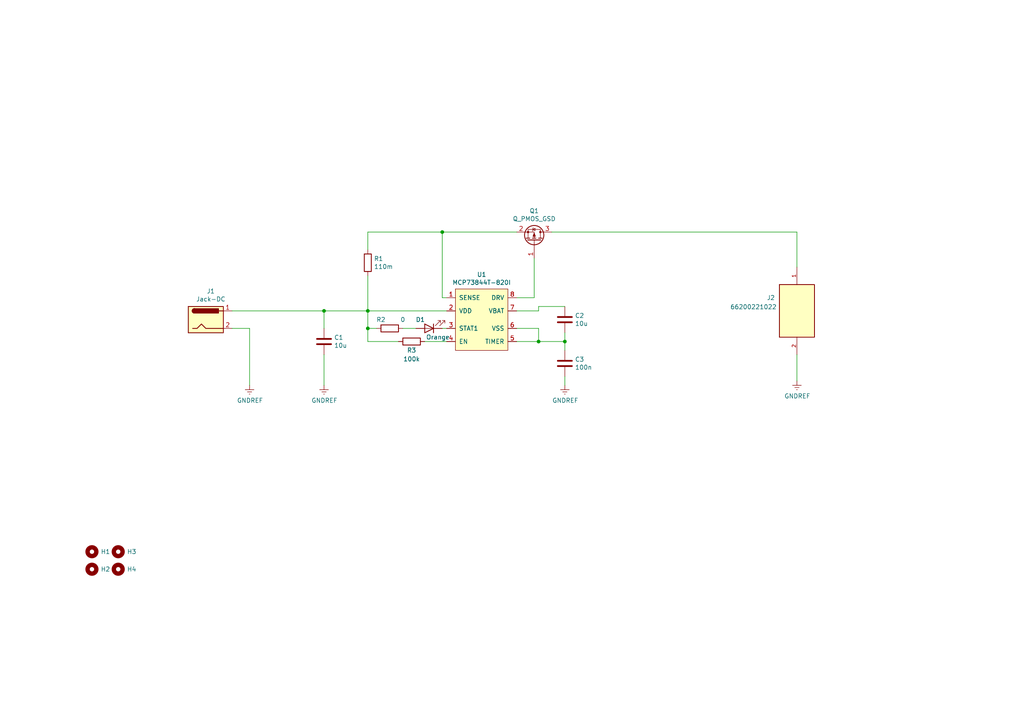
<source format=kicad_sch>
(kicad_sch (version 20211123) (generator eeschema)
  (paper "A4")
  (title_block (title "ZumoCom-System Charger") (date "2022-05-06") (rev "V1.0") (company "NewTec GmbH") (comment 1 "Schneider, Niklas"))
  (lib_symbols
    (symbol "66200221022:66200221022" (pin_names (offset 1.016) hide)
      (property "Reference" "J" (at 8.128 0.762 0))
      (property "Value" "66200221022" (at 7.366 -2.54 0))
      (symbol "66200221022_0_0"
        (rectangle (start -5.08 -7.62) (end 5.08 7.62) (stroke (width 0.254)) (fill (type background)))
        (pin passive line (at 0 -12.7 90) (length 5.08) (name "~") (number "1"))
        (pin passive line (at 0 12.7 270) (length 5.08) (name "~") (number "2"))
      )
    )
    (symbol "Connector:Jack-DC" (pin_names (offset 1.016))
      (property "Reference" "J" (at 0 5.334 0))
      (property "Value" "Jack-DC" (at 0 -5.08 0))
      (symbol "Jack-DC_0_1"
        (rectangle (start -5.08 3.81) (end 5.08 -3.81) (stroke (width 0.254)) (fill (type background)))
        (arc (start -3.302 3.175) (mid -3.937 2.54) (end -3.302 1.905) (stroke (width 0.254)))
        (arc (start -3.302 3.175) (mid -3.937 2.54) (end -3.302 1.905) (stroke (width 0.254)) (fill (type outline)))
        (polyline (pts (xy 5.08 2.54) (xy 3.81 2.54)) (stroke (width 0.254)))
        (polyline (pts (xy -3.81 -2.54) (xy -2.54 -2.54) (xy -1.27 -1.27) (xy 0 -2.54) (xy 2.54 -2.54) (xy 5.08 -2.54)) (stroke (width 0.254)))
        (rectangle (start 3.683 3.175) (end -3.302 1.905) (stroke (width 0.254)) (fill (type outline)))
      )
      (symbol "Jack-DC_1_1"
        (pin passive line (at 7.62 2.54 180) (length 2.54) (name "~") (number "1"))
        (pin passive line (at 7.62 -2.54 180) (length 2.54) (name "~") (number "2"))
      )
    )
    (symbol "Device:C" (pin_numbers hide) (pin_names (offset 0.254))
      (property "Reference" "C" (at 0.635 2.54 0))
      (property "Value" "C" (at 0.635 -2.54 0))
      (symbol "C_0_1"
        (polyline (pts (xy -2.032 -0.762) (xy 2.032 -0.762)) (stroke (width 0.508)))
        (polyline (pts (xy -2.032 0.762) (xy 2.032 0.762)) (stroke (width 0.508)))
      )
      (symbol "C_1_1"
        (pin passive line (at 0 3.81 270) (length 2.794) (name "~") (number "1"))
        (pin passive line (at 0 -3.81 90) (length 2.794) (name "~") (number "2"))
      )
    )
    (symbol "Device:LED" (pin_numbers hide) (pin_names (offset 1.016) hide)
      (property "Reference" "D" (at 0 2.54 0))
      (property "Value" "LED" (at 0 -2.54 0))
      (symbol "LED_0_1"
        (polyline (pts (xy -1.27 -1.27) (xy -1.27 1.27)) (stroke (width 0.254)))
        (polyline (pts (xy -1.27 0) (xy 1.27 0)))
        (polyline (pts (xy 1.27 -1.27) (xy 1.27 1.27) (xy -1.27 0) (xy 1.27 -1.27)) (stroke (width 0.254)))
        (polyline (pts (xy -3.048 -0.762) (xy -4.572 -2.286) (xy -3.81 -2.286) (xy -4.572 -2.286) (xy -4.572 -1.524)))
        (polyline (pts (xy -1.778 -0.762) (xy -3.302 -2.286) (xy -2.54 -2.286) (xy -3.302 -2.286) (xy -3.302 -1.524)))
      )
      (symbol "LED_1_1"
        (pin passive line (at -3.81 0 0) (length 2.54) (name "K") (number "1"))
        (pin passive line (at 3.81 0 180) (length 2.54) (name "A") (number "2"))
      )
    )
    (symbol "Device:Q_PMOS_GSD" (pin_names (offset 0) hide)
      (property "Reference" "Q" (at 5.08 1.27 0))
      (property "Value" "Q_PMOS_GSD" (at 5.08 -1.27 0))
      (symbol "Q_PMOS_GSD_0_1"
        (polyline (pts (xy 0.254 0) (xy -2.54 0)))
        (polyline (pts (xy 0.254 1.905) (xy 0.254 -1.905)) (stroke (width 0.254)))
        (polyline (pts (xy 0.762 -1.27) (xy 0.762 -2.286)) (stroke (width 0.254)))
        (polyline (pts (xy 0.762 0.508) (xy 0.762 -0.508)) (stroke (width 0.254)))
        (polyline (pts (xy 0.762 2.286) (xy 0.762 1.27)) (stroke (width 0.254)))
        (polyline (pts (xy 2.54 2.54) (xy 2.54 1.778)))
        (polyline (pts (xy 2.54 -2.54) (xy 2.54 0) (xy 0.762 0)))
        (polyline (pts (xy 0.762 1.778) (xy 3.302 1.778) (xy 3.302 -1.778) (xy 0.762 -1.778)))
        (polyline (pts (xy 2.286 0) (xy 1.27 0.381) (xy 1.27 -0.381) (xy 2.286 0)) (fill (type outline)))
        (polyline (pts (xy 2.794 -0.508) (xy 2.921 -0.381) (xy 3.683 -0.381) (xy 3.81 -0.254)))
        (polyline (pts (xy 3.302 -0.381) (xy 2.921 0.254) (xy 3.683 0.254) (xy 3.302 -0.381)))
        (circle (center 1.651 0) (radius 2.794) (stroke (width 0.254)))
        (circle (center 2.54 -1.778) (radius 0.254) (fill (type outline)))
        (circle (center 2.54 1.778) (radius 0.254) (fill (type outline)))
      )
      (symbol "Q_PMOS_GSD_1_1"
        (pin input line (at -5.08 0 0) (length 2.54) (name "G") (number "1"))
        (pin passive line (at 2.54 -5.08 90) (length 2.54) (name "S") (number "2"))
        (pin passive line (at 2.54 5.08 270) (length 2.54) (name "D") (number "3"))
      )
    )
    (symbol "Device:R" (pin_numbers hide) (pin_names (offset 0))
      (property "Reference" "R" (at 2.032 0 90))
      (property "Value" "R" (at 0 0 90))
      (symbol "R_0_1"
        (rectangle (start -1.016 -2.54) (end 1.016 2.54) (stroke (width 0.254)))
      )
      (symbol "R_1_1"
        (pin passive line (at 0 3.81 270) (length 1.27) (name "~") (number "1"))
        (pin passive line (at 0 -3.81 90) (length 1.27) (name "~") (number "2"))
      )
    )
    (symbol "MCP73844T:MCP73844T-840I_MS" (pin_names (offset 1.016))
      (property "Reference" "U" (at -6.35 10.16 0))
      (property "Value" "MCP73844T-840I_MS" (at 0 -10.16 0))
      (symbol "MCP73844T-840I_MS_0_0"
        (pin input line (at -10.16 6.35 0) (length 2.54) (name "SENSE") (number "1"))
        (pin input line (at -10.16 2.54 0) (length 2.54) (name "VDD") (number "2"))
        (pin open_collector line (at -10.16 -2.54 0) (length 2.54) (name "STAT1") (number "3"))
        (pin input line (at -10.16 -6.35 0) (length 2.54) (name "EN") (number "4"))
        (pin passive line (at 10.16 -6.35 180) (length 2.54) (name "TIMER") (number "5"))
        (pin passive line (at 10.16 -2.54 180) (length 2.54) (name "VSS") (number "6"))
        (pin input line (at 10.16 2.54 180) (length 2.54) (name "VBAT") (number "7"))
        (pin output line (at 10.16 6.35 180) (length 2.54) (name "DRV") (number "8"))
      )
      (symbol "MCP73844T-840I_MS_0_1"
        (rectangle (start -7.62 8.89) (end 7.62 -8.89) (fill (type background)))
      )
    )
    (symbol "Mechanical:MountingHole" (pin_names (offset 1.016))
      (property "Reference" "H" (at 0 5.08 0))
      (property "Value" "MountingHole" (at 0 3.175 0))
      (symbol "MountingHole_0_1"
        (circle (center 0 0) (radius 1.27) (stroke (width 1.27)))
      )
    )
    (symbol "power:GNDREF" (power) (pin_names (offset 0))
      (property "Value" "GNDREF" (at 0 -3.81 0))
      (symbol "GNDREF_0_1"
        (polyline (pts (xy -0.635 -1.905) (xy 0.635 -1.905)))
        (polyline (pts (xy -0.127 -2.54) (xy 0.127 -2.54)))
        (polyline (pts (xy 0 -1.27) (xy 0 0)))
        (polyline (pts (xy 1.27 -1.27) (xy -1.27 -1.27)))
      )
      (symbol "GNDREF_1_1"
        (pin power_in line (at 0 0 270) (length 0) hide (name "GNDREF") (number "1"))
      )
    )
  )
  (junction (at 156.21 99.06))
  (junction (at 128.27 67.31))
  (junction (at 106.68 90.17))
  (junction (at 93.98 90.17))
  (junction (at 163.83 99.06))
  (junction (at 106.68 95.25))
  (wire (pts (xy 149.86 67.31) (xy 128.27 67.31)))
  (wire (pts (xy 163.83 109.22) (xy 163.83 111.76)))
  (wire (pts (xy 106.68 95.25) (xy 106.68 90.17)))
  (wire (pts (xy 115.57 99.06) (xy 106.68 99.06)))
  (wire (pts (xy 93.98 90.17) (xy 67.31 90.17)))
  (wire (pts (xy 67.31 95.25) (xy 72.39 95.25)))
  (wire (pts (xy 156.21 88.9) (xy 163.83 88.9)))
  (wire (pts (xy 93.98 90.17) (xy 93.98 95.25)))
  (wire (pts (xy 128.27 67.31) (xy 128.27 86.36)))
  (wire (pts (xy 149.86 90.17) (xy 156.21 90.17)))
  (wire (pts (xy 120.65 95.25) (xy 116.84 95.25)))
  (wire (pts (xy 106.68 67.31) (xy 128.27 67.31)))
  (wire (pts (xy 149.86 86.36) (xy 154.94 86.36)))
  (wire (pts (xy 154.94 86.36) (xy 154.94 74.93)))
  (wire (pts (xy 93.98 102.87) (xy 93.98 111.76)))
  (wire (pts (xy 106.68 90.17) (xy 129.54 90.17)))
  (wire (pts (xy 129.54 99.06) (xy 123.19 99.06)))
  (wire (pts (xy 149.86 99.06) (xy 156.21 99.06)))
  (wire (pts (xy 106.68 72.39) (xy 106.68 67.31)))
  (wire (pts (xy 109.22 95.25) (xy 106.68 95.25)))
  (wire (pts (xy 128.27 86.36) (xy 129.54 86.36)))
  (wire (pts (xy 163.83 96.52) (xy 163.83 99.06)))
  (wire (pts (xy 149.86 95.25) (xy 156.21 95.25)))
  (wire (pts (xy 106.68 99.06) (xy 106.68 95.25)))
  (wire (pts (xy 156.21 99.06) (xy 163.83 99.06)))
  (wire (pts (xy 231.14 67.31) (xy 231.14 77.47)))
  (wire (pts (xy 163.83 99.06) (xy 163.83 101.6)))
  (wire (pts (xy 156.21 95.25) (xy 156.21 99.06)))
  (wire (pts (xy 160.02 67.31) (xy 231.14 67.31)))
  (wire (pts (xy 106.68 80.01) (xy 106.68 90.17)))
  (wire (pts (xy 128.27 95.25) (xy 129.54 95.25)))
  (wire (pts (xy 72.39 95.25) (xy 72.39 111.76)))
  (wire (pts (xy 93.98 90.17) (xy 106.68 90.17)))
  (wire (pts (xy 231.14 102.87) (xy 231.14 110.49)))
  (wire (pts (xy 156.21 90.17) (xy 156.21 88.9)))
  (symbol (lib_id "66200221022:66200221022") (at 231.14 90.17 180) (unit 1)
    (property "Reference" "J2" (at 224.79 86.36 0) (effects (justify left)))
    (property "Value" "66200221022" (at 225.298 89.027 0) (effects (justify left)))
    (property "Footprint" "footprints:66200221022" (effects hide))
    (property "Manufacturer" "Würth Elektronik" (effects hide))
    (property "Part-No." "66200221022" (effects hide))
  )
  (symbol (lib_id "Connector:Jack-DC") (at 59.69 92.71 0) (unit 1)
    (property "Reference" "J1" (at 61.1378 84.455 0))
    (property "Value" "Jack-DC" (at 61.1378 86.7664 0))
    (property "Footprint" "Connector_BarrelJack:BarrelJack_CUI_PJ-063AH_Horizontal" (effects hide))
    (property "Manufacturer" "CUI Devices" (effects hide))
    (property "Part-No." "PJ-063AH" (effects hide))
  )
  (symbol (lib_id "MCP73844T:MCP73844T-840I_MS") (at 139.7 92.71 0) (unit 1)
    (property "Reference" "U1" (at 139.7 79.629 0))
    (property "Value" "MCP73844T-820I" (at 139.7 81.9404 0))
    (property "Footprint" "Package_SO:MSOP-8_3x3mm_P0.65mm" (effects hide))
    (property "Datasheet" "https://ww1.microchip.com/downloads/en/DeviceDoc/21823D.pdf" (effects hide))
    (property "Manufacturer" "Microchip Technology" (effects hide))
    (property "Part-No." "MCP73844T-820I/MS" (effects hide))
  )
  (symbol (lib_id "power:GNDREF") (at 72.39 111.76 0) (unit 1)
    (property "Reference" "#PWR01" (effects hide))
    (property "Value" "GNDREF" (at 72.517 116.1542 0))
  )
  (symbol (lib_id "power:GNDREF") (at 231.14 110.49 0) (unit 1)
    (property "Reference" "#PWR04" (effects hide))
    (property "Value" "GNDREF" (at 231.267 114.8842 0))
  )
  (symbol (lib_id "Device:C") (at 163.83 105.41 0) (unit 1)
    (property "Reference" "C3" (at 166.751 104.2416 0) (effects (justify left)))
    (property "Value" "100n" (at 166.751 106.553 0) (effects (justify left)))
    (property "Footprint" "Capacitor_SMD:C_0603_1608Metric_Pad1.05x0.95mm_HandSolder" (effects hide))
    (property "Manufacturer" "Samsung Electro-Mechanics" (effects hide))
    (property "Part-No." "CL10B104KB8NNWC" (effects hide))
  )
  (symbol (lib_id "Device:C") (at 163.83 92.71 0) (unit 1)
    (property "Reference" "C2" (at 166.751 91.5416 0) (effects (justify left)))
    (property "Value" "10u" (at 166.751 93.853 0) (effects (justify left)))
    (property "Footprint" "Capacitor_SMD:C_1206_3216Metric_Pad1.42x1.75mm_HandSolder" (effects hide))
    (property "Manufacturer" "Samsung Electro-Mechanics" (effects hide))
    (property "Part-No." "CL31A106KBHNNNE" (effects hide))
  )
  (symbol (lib_id "Device:Q_PMOS_GSD") (at 154.94 69.85 270) (mirror x) (unit 1)
    (property "Reference" "Q1" (at 154.94 61.1632 90))
    (property "Value" "Q_PMOS_GSD" (at 154.94 63.4746 90))
    (property "Footprint" "Package_TO_SOT_SMD:TSOT-23_HandSoldering" (effects hide))
    (property "Datasheet" "https://www.taiwansemi.com/assets/uploads/datasheet/TSM500P02CX_B1811.pdf" (effects hide))
    (property "Manufacturer" "Taiwan Semiconductor Corporation" (effects hide))
    (property "Part-No." "TSM500P02CX RFG" (effects hide))
  )
  (symbol (lib_id "Device:R") (at 106.68 76.2 180) (unit 1)
    (property "Reference" "R1" (at 108.458 75.0316 0) (effects (justify right)))
    (property "Value" "110m" (at 108.458 77.343 0) (effects (justify right)))
    (property "Footprint" "Resistor_SMD:R_0805_2012Metric_Pad1.15x1.40mm_HandSolder" (effects hide))
    (property "Manufacturer" "Panasonic Electronic Components" (effects hide))
    (property "Part-No." "ERJ-6BWFR075V" (effects hide))
  )
  (symbol (lib_id "power:GNDREF") (at 163.83 111.76 0) (unit 1)
    (property "Reference" "#PWR03" (effects hide))
    (property "Value" "GNDREF" (at 163.957 116.1542 0))
  )
  (symbol (lib_id "Device:C") (at 93.98 99.06 0) (unit 1)
    (property "Reference" "C1" (at 96.901 97.8916 0) (effects (justify left)))
    (property "Value" "10u" (at 96.901 100.203 0) (effects (justify left)))
    (property "Footprint" "Capacitor_SMD:C_1206_3216Metric_Pad1.42x1.75mm_HandSolder" (effects hide))
    (property "Manufacturer" "Samsung Electro-Mechanics" (effects hide))
    (property "Part-No." "CL31A106KBHNNNE" (effects hide))
  )
  (symbol (lib_id "power:GNDREF") (at 93.98 111.76 0) (unit 1)
    (property "Reference" "#PWR02" (effects hide))
    (property "Value" "GNDREF" (at 94.107 116.1542 0))
  )
  (symbol (lib_id "Device:LED") (at 124.46 95.25 180) (unit 1)
    (property "Reference" "D1" (at 121.92 92.71 0))
    (property "Value" "Orange" (at 127 97.79 0))
    (property "Footprint" "LED_SMD:LED_0603_1608Metric_Pad1.05x0.95mm_HandSolder" (effects hide))
    (property "Manufacturer" "Rohm Semiconductor" (effects hide))
    (property "Part-No." "SML-D12D1WT86" (effects hide))
  )
  (symbol (lib_id "Device:R") (at 113.03 95.25 270) (unit 1)
    (property "Reference" "R2" (at 110.49 92.71 90))
    (property "Value" "0" (at 116.84 92.71 90))
    (property "Footprint" "Resistor_SMD:R_0603_1608Metric_Pad1.05x0.95mm_HandSolder" (effects hide))
    (property "Manufacturer" "Stackpole Electronics Inc" (effects hide))
    (property "Part-No." "RMCF0603ZT0R00" (effects hide))
  )
  (symbol (lib_id "Device:R") (at 119.38 99.06 270) (unit 1)
    (property "Reference" "R3" (at 119.38 101.6 90))
    (property "Value" "100k" (at 119.38 104.14 90))
    (property "Footprint" "Resistor_SMD:R_0603_1608Metric_Pad1.05x0.95mm_HandSolder" (effects hide))
    (property "Manufacturer" "Stackpole Electronics Inc" (effects hide))
    (property "Part-No." "RMCF0603FT100K" (effects hide))
  )
  (symbol (lib_id "Mechanical:MountingHole") (at 26.67 160.02 0) (unit 1)
    (property "Reference" "H1" (at 29.21 160.02 0) (effects (justify left)))
    (property "Value" "MountingHole" (effects hide))
    (property "Footprint" "MountingHole:MountingHole_2.2mm_M2_Pad" (effects hide))
  )
  (symbol (lib_id "Mechanical:MountingHole") (at 26.67 165.1 0) (unit 1)
    (property "Reference" "H2" (at 29.21 165.1 0) (effects (justify left)))
    (property "Value" "MountingHole" (effects hide))
    (property "Footprint" "MountingHole:MountingHole_2.2mm_M2_Pad" (effects hide))
  )
  (symbol (lib_id "Mechanical:MountingHole") (at 34.29 160.02 0) (unit 1)
    (property "Reference" "H3" (at 36.83 160.02 0) (effects (justify left)))
    (property "Value" "MountingHole" (effects hide))
    (property "Footprint" "MountingHole:MountingHole_2.2mm_M2_Pad" (effects hide))
  )
  (symbol (lib_id "Mechanical:MountingHole") (at 34.29 165.1 0) (unit 1)
    (property "Reference" "H4" (at 36.83 165.1 0) (effects (justify left)))
    (property "Value" "MountingHole" (effects hide))
    (property "Footprint" "MountingHole:MountingHole_2.2mm_M2_Pad" (effects hide))
  )
)
</source>
